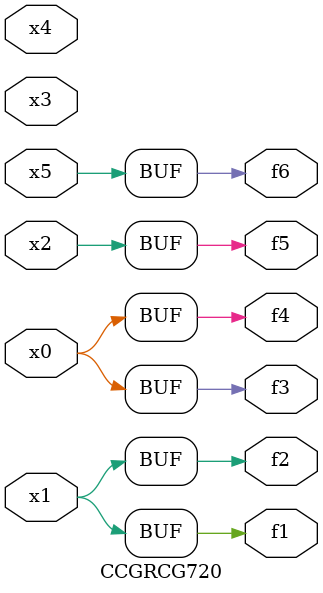
<source format=v>
module CCGRCG720(
	input x0, x1, x2, x3, x4, x5,
	output f1, f2, f3, f4, f5, f6
);
	assign f1 = x1;
	assign f2 = x1;
	assign f3 = x0;
	assign f4 = x0;
	assign f5 = x2;
	assign f6 = x5;
endmodule

</source>
